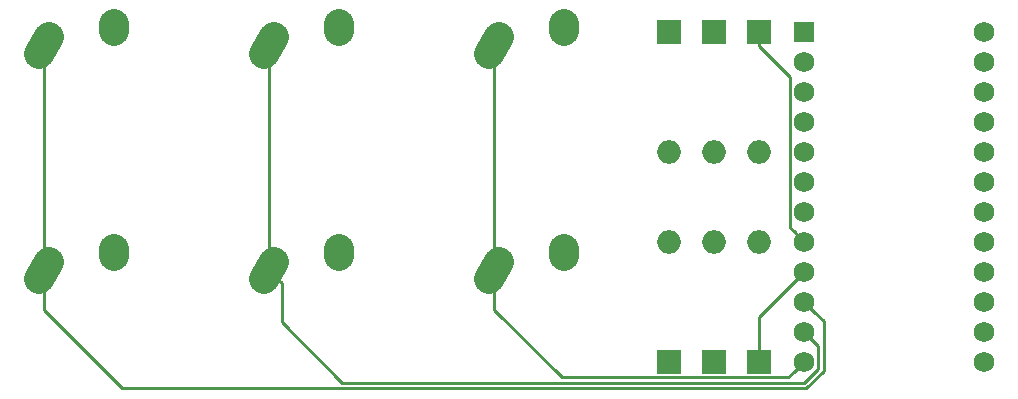
<source format=gbr>
G04 #@! TF.GenerationSoftware,KiCad,Pcbnew,(5.1.4)-1*
G04 #@! TF.CreationDate,2019-08-25T22:56:09+01:00*
G04 #@! TF.ProjectId,pcb,7063622e-6b69-4636-9164-5f7063625858,rev?*
G04 #@! TF.SameCoordinates,Original*
G04 #@! TF.FileFunction,Copper,L2,Bot*
G04 #@! TF.FilePolarity,Positive*
%FSLAX46Y46*%
G04 Gerber Fmt 4.6, Leading zero omitted, Abs format (unit mm)*
G04 Created by KiCad (PCBNEW (5.1.4)-1) date 2019-08-25 22:56:09*
%MOMM*%
%LPD*%
G04 APERTURE LIST*
%ADD10R,2.000000X2.000000*%
%ADD11O,2.000000X2.000000*%
%ADD12R,1.752600X1.752600*%
%ADD13C,1.752600*%
%ADD14C,2.500000*%
%ADD15C,2.500000*%
%ADD16C,0.250000*%
G04 APERTURE END LIST*
D10*
X102870000Y-66675000D03*
D11*
X102870000Y-76835000D03*
X99060000Y-76835000D03*
D10*
X99060000Y-66675000D03*
X95250000Y-66675000D03*
D11*
X95250000Y-76835000D03*
D10*
X102870000Y-94615000D03*
D11*
X102870000Y-84455000D03*
X99060000Y-84455000D03*
D10*
X99060000Y-94615000D03*
D11*
X95250000Y-84455000D03*
D10*
X95250000Y-94615000D03*
D12*
X106680000Y-66675000D03*
D13*
X106680000Y-69215000D03*
X106680000Y-71755000D03*
X106680000Y-74295000D03*
X106680000Y-76835000D03*
X106680000Y-79375000D03*
X106680000Y-81915000D03*
X106680000Y-84455000D03*
X106680000Y-86995000D03*
X106680000Y-89535000D03*
X106680000Y-92075000D03*
X106680000Y-94615000D03*
X121920000Y-94615000D03*
X121920000Y-92075000D03*
X121920000Y-89535000D03*
X121920000Y-86995000D03*
X121920000Y-84455000D03*
X121920000Y-81915000D03*
X121920000Y-79375000D03*
X121920000Y-76835000D03*
X121920000Y-74295000D03*
X121920000Y-71755000D03*
X121920000Y-69215000D03*
X121920000Y-66675000D03*
D14*
X48240000Y-66330000D03*
D15*
X48259724Y-66040672D02*
X48220276Y-66619328D01*
D14*
X42315000Y-67850000D03*
D15*
X42720453Y-67120046D02*
X41909547Y-68579954D01*
D14*
X61365000Y-67850000D03*
D15*
X61770453Y-67120046D02*
X60959547Y-68579954D01*
D14*
X67290000Y-66330000D03*
D15*
X67309724Y-66040672D02*
X67270276Y-66619328D01*
D14*
X86340000Y-66330000D03*
D15*
X86359724Y-66040672D02*
X86320276Y-66619328D01*
D14*
X80415000Y-67850000D03*
D15*
X80820453Y-67120046D02*
X80009547Y-68579954D01*
D14*
X42315000Y-86900000D03*
D15*
X42720453Y-86170046D02*
X41909547Y-87629954D01*
D14*
X48240000Y-85380000D03*
D15*
X48259724Y-85090672D02*
X48220276Y-85669328D01*
D14*
X61365000Y-86900000D03*
D15*
X61770453Y-86170046D02*
X60959547Y-87629954D01*
D14*
X67290000Y-85380000D03*
D15*
X67309724Y-85090672D02*
X67270276Y-85669328D01*
D14*
X86340000Y-85380000D03*
D15*
X86359724Y-85090672D02*
X86320276Y-85669328D01*
D14*
X80415000Y-86900000D03*
D15*
X80820453Y-86170046D02*
X80009547Y-87629954D01*
D16*
X105803701Y-83578701D02*
X106680000Y-84455000D01*
X105478699Y-83253699D02*
X105803701Y-83578701D01*
X105478699Y-70533699D02*
X105478699Y-83253699D01*
X102870000Y-67925000D02*
X105478699Y-70533699D01*
X102870000Y-66675000D02*
X102870000Y-67925000D01*
X102870000Y-90805000D02*
X106680000Y-86995000D01*
X102870000Y-94615000D02*
X102870000Y-90805000D01*
X42315000Y-67850000D02*
X42315000Y-86900000D01*
X107556299Y-90411299D02*
X106680000Y-89535000D01*
X108331311Y-91186311D02*
X107556299Y-90411299D01*
X108331311Y-95378025D02*
X108331311Y-91186311D01*
X106869317Y-96840019D02*
X108331311Y-95378025D01*
X48919686Y-96840020D02*
X106869317Y-96840019D01*
X42315000Y-90235334D02*
X48919686Y-96840020D01*
X42315000Y-86900000D02*
X42315000Y-90235334D01*
X61365000Y-67850000D02*
X61365000Y-86900000D01*
X107556299Y-92951299D02*
X106680000Y-92075000D01*
X107881301Y-95191625D02*
X107881301Y-93276301D01*
X107881301Y-93276301D02*
X107556299Y-92951299D01*
X106682916Y-96390010D02*
X107881301Y-95191625D01*
X67558036Y-96390010D02*
X106682916Y-96390010D01*
X62451099Y-91283073D02*
X67558036Y-96390010D01*
X62451099Y-87986099D02*
X62451099Y-91283073D01*
X61365000Y-86900000D02*
X62451099Y-87986099D01*
X80415000Y-67850000D02*
X80415000Y-86900000D01*
X105803701Y-95491299D02*
X106680000Y-94615000D01*
X105354999Y-95940001D02*
X105803701Y-95491299D01*
X86158027Y-95940001D02*
X105354999Y-95940001D01*
X80415000Y-90196974D02*
X86158027Y-95940001D01*
X80415000Y-86900000D02*
X80415000Y-90196974D01*
M02*

</source>
